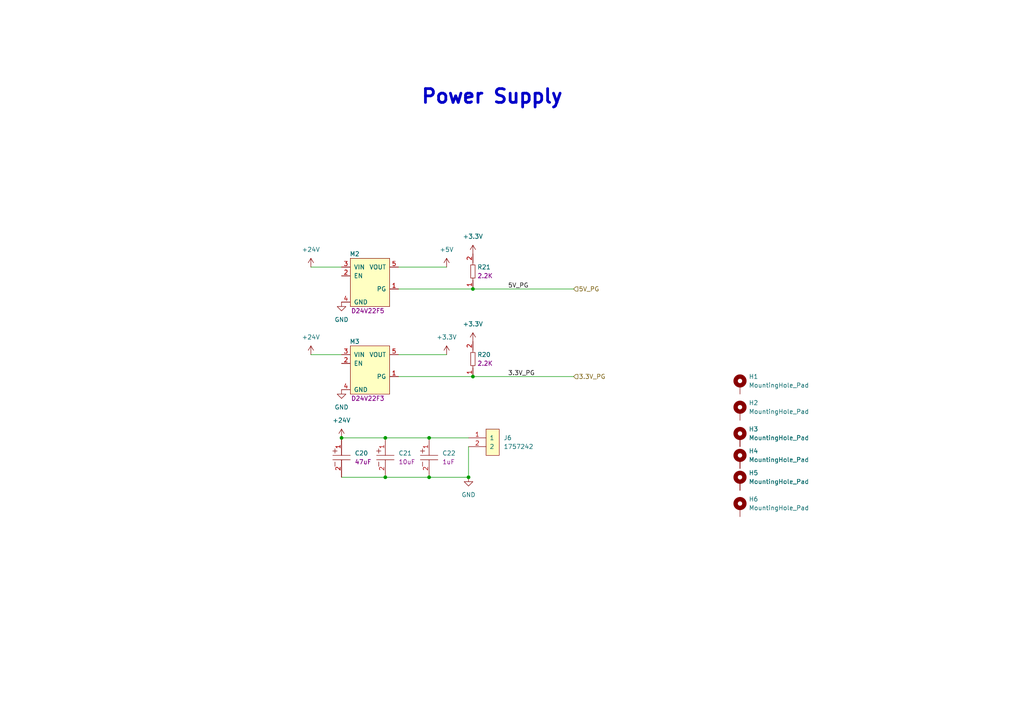
<source format=kicad_sch>
(kicad_sch (version 20231120) (generator "eeschema") (generator_version "8.0")
  (paper "A4")
  (lib_symbols
    (symbol "AVR-KiCAD-Lib-Capacitors:UUQ1H010MCL1GB" (pin_names (offset 1.016))
      (property "Reference" "C" (at -2.54 2.54 0))
      (property "_Value_" "1uF" (at 58.42 63.5 0))
      (symbol "UUQ1H010MCL1GB_0_1"
        (polyline (pts (xy -1.27 -1.27) (xy -1.27 -2.54)))
        (polyline (pts (xy -0.635 -1.905) (xy -1.905 -1.905)))
        (polyline (pts (xy 1.905 -1.905) (xy 3.175 -1.905)))
      )
      (symbol "UUQ1H010MCL1GB_1_1"
        (polyline (pts (xy 0 2.54) (xy 0 -2.54)))
        (polyline (pts (xy 1.27 2.54) (xy 1.27 -2.54)))
        (pin input line (at -5.08 0 0) (length 5.08) (name "~") (number "1"))
        (pin input line (at 6.35 0 180) (length 5.08) (name "~") (number "2"))
      )
    )
    (symbol "AVR-KiCAD-Lib-Capacitors:UUQ1H100MCL1GB" (pin_names (offset 1.016))
      (property "Reference" "C" (at -2.54 2.54 0))
      (property "_Value_" "10uF" (at 58.42 63.5 0))
      (symbol "UUQ1H100MCL1GB_0_1"
        (polyline (pts (xy -1.27 -1.27) (xy -1.27 -2.54)))
        (polyline (pts (xy -0.635 -1.905) (xy -1.905 -1.905)))
        (polyline (pts (xy 1.905 -1.905) (xy 3.175 -1.905)))
      )
      (symbol "UUQ1H100MCL1GB_1_1"
        (polyline (pts (xy 0 2.54) (xy 0 -2.54)))
        (polyline (pts (xy 1.27 2.54) (xy 1.27 -2.54)))
        (pin input line (at -5.08 0 0) (length 5.08) (name "~") (number "1"))
        (pin input line (at 6.35 0 180) (length 5.08) (name "~") (number "2"))
      )
    )
    (symbol "AVR-KiCAD-Lib-Capacitors:UUQ1H470MCL1GS" (pin_names (offset 1.016))
      (property "Reference" "C" (at -2.54 2.54 0))
      (property "_Value_" "47uF" (at 58.42 63.5 0))
      (symbol "UUQ1H470MCL1GS_0_1"
        (polyline (pts (xy -1.27 -1.27) (xy -1.27 -2.54)))
        (polyline (pts (xy -0.635 -1.905) (xy -1.905 -1.905)))
        (polyline (pts (xy 1.905 -1.905) (xy 3.175 -1.905)))
      )
      (symbol "UUQ1H470MCL1GS_1_1"
        (polyline (pts (xy 0 2.54) (xy 0 -2.54)))
        (polyline (pts (xy 1.27 2.54) (xy 1.27 -2.54)))
        (pin input line (at -5.08 0 0) (length 5.08) (name "~") (number "1"))
        (pin input line (at 6.35 0 180) (length 5.08) (name "~") (number "2"))
      )
    )
    (symbol "AVR-KiCAD-Lib-Connectors:1757242" (pin_names (offset 1.016))
      (property "Reference" "J" (at -1.27 -1.27 0))
      (property "Value" "1757242" (at 3.81 -11.43 0))
      (symbol "1757242_0_1"
        (rectangle (start 0 -2.54) (end 3.81 -10.16) (fill (type background)))
      )
      (symbol "1757242_1_1"
        (pin passive line (at -5.08 -5.08 0) (length 5.08) (name "1") (number "1"))
        (pin passive line (at -5.08 -7.62 0) (length 5.08) (name "2") (number "2"))
      )
    )
    (symbol "AVR-KiCAD-Lib-Modules:D24V22F3" (pin_names (offset 1.016))
      (property "Reference" "M" (at 0 15.24 0))
      (property "_Value_" "D24V22F3" (at 5.08 -1.27 0))
      (symbol "D24V22F3_1_1"
        (rectangle (start 0 13.97) (end 11.43 0) (fill (type background)))
        (pin input line (at 13.97 5.08 180) (length 2.54) (name "PG") (number "1"))
        (pin input line (at -2.54 8.89 0) (length 2.54) (name "EN") (number "2"))
        (pin input line (at -2.54 11.43 0) (length 2.54) (name "VIN") (number "3"))
        (pin passive line (at -2.54 1.27 0) (length 2.54) (name "GND") (number "4"))
        (pin output line (at 13.97 11.43 180) (length 2.54) (name "VOUT") (number "5"))
      )
    )
    (symbol "AVR-KiCAD-Lib-Modules:D24V22F5" (pin_names (offset 1.016))
      (property "Reference" "M" (at 0 15.24 0))
      (property "_Value_" "D24V22F5" (at 5.08 -1.27 0))
      (symbol "D24V22F5_1_1"
        (rectangle (start 0 13.97) (end 11.43 0) (fill (type background)))
        (pin input line (at 13.97 5.08 180) (length 2.54) (name "PG") (number "1"))
        (pin input line (at -2.54 8.89 0) (length 2.54) (name "EN") (number "2"))
        (pin input line (at -2.54 11.43 0) (length 2.54) (name "VIN") (number "3"))
        (pin passive line (at -2.54 1.27 0) (length 2.54) (name "GND") (number "4"))
        (pin output line (at 13.97 11.43 180) (length 2.54) (name "VOUT") (number "5"))
      )
    )
    (symbol "AVR-KiCAD-Lib-Resistors:RC0603FR-072K2L" (pin_names (offset 1.016))
      (property "Reference" "R" (at -2.54 2.54 0))
      (property "Value" "RC0603FR-072K2L" (at 1.27 5.08 0))
      (property "_Value_" "2.2K" (at 58.42 63.5 0))
      (symbol "RC0603FR-072K2L_0_1"
        (rectangle (start -1.905 0.635) (end 1.905 -0.635))
        (polyline (pts (xy -2.54 0) (xy -1.905 0)))
        (polyline (pts (xy -1.905 0) (xy -1.905 0)))
        (polyline (pts (xy 1.905 0) (xy 1.905 0)))
        (polyline (pts (xy 2.54 0) (xy 1.905 0)))
      )
      (symbol "RC0603FR-072K2L_1_1"
        (pin passive line (at -5.08 0 0) (length 2.5146) (name "~") (number "1"))
        (pin passive line (at 5.08 0 180) (length 2.5146) (name "~") (number "2"))
      )
    )
    (symbol "Mechanical:MountingHole_Pad" (pin_numbers hide) (pin_names (offset 1.016) hide)
      (property "Reference" "H" (at 0 6.35 0))
      (property "Value" "MountingHole_Pad" (at 0 4.445 0))
      (symbol "MountingHole_Pad_0_1"
        (circle (center 0 1.27) (radius 1.27) (stroke (width 1.27)))
      )
      (symbol "MountingHole_Pad_1_1"
        (pin input line (at 0 -2.54 90) (length 2.54) (name "1") (number "1"))
      )
    )
    (symbol "power:+24V" (power) (pin_names (offset 0))
      (property "Value" "+24V" (at 0 3.556 0))
      (symbol "+24V_0_1"
        (polyline (pts (xy -0.762 1.27) (xy 0 2.54)))
        (polyline (pts (xy 0 0) (xy 0 2.54)))
        (polyline (pts (xy 0 2.54) (xy 0.762 1.27)))
      )
      (symbol "+24V_1_1"
        (pin power_in line (at 0 0 90) (length 0) hide (name "+24V") (number "1"))
      )
    )
    (symbol "power:+3.3V" (power) (pin_names (offset 0))
      (property "Value" "+3.3V" (at 0 3.556 0))
      (symbol "+3.3V_0_1"
        (polyline (pts (xy -0.762 1.27) (xy 0 2.54)))
        (polyline (pts (xy 0 0) (xy 0 2.54)))
        (polyline (pts (xy 0 2.54) (xy 0.762 1.27)))
      )
      (symbol "+3.3V_1_1"
        (pin power_in line (at 0 0 90) (length 0) hide (name "+3.3V") (number "1"))
      )
    )
    (symbol "power:+5V" (power) (pin_names (offset 0))
      (property "Value" "+5V" (at 0 3.556 0))
      (symbol "+5V_0_1"
        (polyline (pts (xy -0.762 1.27) (xy 0 2.54)))
        (polyline (pts (xy 0 0) (xy 0 2.54)))
        (polyline (pts (xy 0 2.54) (xy 0.762 1.27)))
      )
      (symbol "+5V_1_1"
        (pin power_in line (at 0 0 90) (length 0) hide (name "+5V") (number "1"))
      )
    )
    (symbol "power:GND" (power) (pin_names (offset 0))
      (property "Value" "GND" (at 0 -3.81 0))
      (symbol "GND_0_1"
        (polyline (pts (xy 0 0) (xy 0 -1.27) (xy 1.27 -1.27) (xy 0 -2.54) (xy -1.27 -1.27) (xy 0 -1.27)))
      )
      (symbol "GND_1_1"
        (pin power_in line (at 0 0 270) (length 0) hide (name "GND") (number "1"))
      )
    )
  )
  (junction (at 137.16 109.22))
  (junction (at 137.16 83.82))
  (junction (at 135.89 138.43))
  (junction (at 111.76 127))
  (junction (at 124.46 138.43))
  (junction (at 111.76 138.43))
  (junction (at 124.46 127))
  (junction (at 99.06 127))
  (wire (pts (xy 99.06 127) (xy 111.76 127)))
  (wire (pts (xy 111.76 138.43) (xy 124.46 138.43)))
  (wire (pts (xy 115.57 77.47) (xy 129.54 77.47)))
  (wire (pts (xy 137.16 83.82) (xy 166.37 83.82)))
  (wire (pts (xy 115.57 109.22) (xy 137.16 109.22)))
  (wire (pts (xy 115.57 102.87) (xy 129.54 102.87)))
  (wire (pts (xy 124.46 127) (xy 135.89 127)))
  (wire (pts (xy 135.89 138.43) (xy 135.89 129.54)))
  (wire (pts (xy 115.57 83.82) (xy 137.16 83.82)))
  (wire (pts (xy 124.46 138.43) (xy 135.89 138.43)))
  (wire (pts (xy 111.76 127) (xy 124.46 127)))
  (wire (pts (xy 99.06 138.43) (xy 111.76 138.43)))
  (wire (pts (xy 90.17 102.87) (xy 99.06 102.87)))
  (wire (pts (xy 90.17 77.47) (xy 99.06 77.47)))
  (wire (pts (xy 137.16 109.22) (xy 166.37 109.22)))
  (text "Power Supply " (at 121.92 30.48 0) (effects (font (size 4 4) (thickness 0.8) (bold yes)) (justify left bottom)))
  (label "5V_PG" (at 147.32 83.82 0))
  (label "3.3V_PG" (at 147.32 109.22 0))
  (hierarchical_label "3.3V_PG" (shape input) (at 166.37 109.22 0))
  (hierarchical_label "5V_PG" (shape input) (at 166.37 83.82 0))
  (symbol (lib_id "power:+3.3V") (at 137.16 99.06 0) (unit 1)
    (property "Reference" "#PWR042" (effects (hide yes)))
    (property "Value" "+3.3V" (at 137.16 93.98 0))
  )
  (symbol (lib_id "power:+5V") (at 129.54 77.47 0) (unit 1)
    (property "Reference" "#PWR038" (effects (hide yes)))
    (property "Value" "+5V" (at 129.54 72.39 0))
  )
  (symbol (lib_id "AVR-KiCAD-Lib-Capacitors:UUQ1H010MCL1GB") (at 124.46 132.08 270) (unit 1)
    (property "Reference" "C22" (at 128.27 131.445 90) (effects (justify left)))
    (property "Value" "UUQ1H010MCL1GB" (effects (hide yes)))
    (property "Footprint" "AVR-KiCAD-Lib-Capacitors:CP_Elec_4x5.3" (effects (hide yes)))
    (property "Datasheet" "https://www.nichicon.co.jp/english/products/pdfs/e-uuq.pdf" (effects (hide yes)))
    (property "Description" "1µF 50V Aluminum Electrolytic Capacitors Radial, Can - SMD 1000 Hrs @ 105°C" (effects (hide yes)))
    (property "Cost QTY: 1" "0.47000" (effects (hide yes)))
    (property "Cost QTY: 1000" "0.32600" (effects (hide yes)))
    (property "Cost QTY: 2500" "*" (effects (hide yes)))
    (property "Cost QTY: 5000" "*" (effects (hide yes)))
    (property "Cost QTY: 10000" "*" (effects (hide yes)))
    (property "MFR" "Nichicon" (effects (hide yes)))
    (property "MFR#" "UUQ1H010MCL1GB" (effects (hide yes)))
    (property "Vendor" "Digikey" (effects (hide yes)))
    (property "Vendor #" "493-3207-1-ND" (effects (hide yes)))
    (property "Designer" "AVR" (effects (hide yes)))
    (property "Height" "5.4mm" (effects (hide yes)))
    (property "Date Created" "12/16/2019" (effects (hide yes)))
    (property "Date Modified" "12/16/2019" (effects (hide yes)))
    (property "Lead-Free ?" "Yes" (effects (hide yes)))
    (property "RoHS Levels" "1" (effects (hide yes)))
    (property "Mounting" "SMT" (effects (hide yes)))
    (property "Pin Count #" "2" (effects (hide yes)))
    (property "Status" "Active" (effects (hide yes)))
    (property "Tolerance" "20%" (effects (hide yes)))
    (property "Type" "Alu  Cap Audio" (effects (hide yes)))
    (property "Voltage" "50V" (effects (hide yes)))
    (property "Package" "Radial SMD" (effects (hide yes)))
    (property "_Value_" "1uF" (at 128.27 133.985 90) (effects (justify left)))
    (property "Management_ID" "*" (effects (hide yes)))
  )
  (symbol (lib_id "Mechanical:MountingHole_Pad") (at 214.63 133.35 0) (unit 1)
    (property "Reference" "H4" (at 217.17 130.81 0) (effects (justify left)))
    (property "Value" "MountingHole_Pad" (at 217.17 133.35 0) (effects (justify left)))
    (property "Footprint" "AVR-KiCAD-Lib-Holes_Fasteners:RPI_HAT_HOLE" (effects (hide yes)))
  )
  (symbol (lib_id "Mechanical:MountingHole_Pad") (at 214.63 139.7 0) (unit 1)
    (property "Reference" "H5" (at 217.17 137.16 0) (effects (justify left)))
    (property "Value" "MountingHole_Pad" (at 217.17 139.7 0) (effects (justify left)))
    (property "Footprint" "AVR-KiCAD-Lib-Holes_Fasteners:RPI_HAT_HOLE" (effects (hide yes)))
  )
  (symbol (lib_id "power:+3.3V") (at 137.16 73.66 0) (unit 1)
    (property "Reference" "#PWR041" (effects (hide yes)))
    (property "Value" "+3.3V" (at 137.16 68.58 0))
  )
  (symbol (lib_id "power:+24V") (at 99.06 127 0) (unit 1)
    (property "Reference" "#PWR036" (effects (hide yes)))
    (property "Value" "+24V" (at 99.06 121.92 0))
  )
  (symbol (lib_id "Mechanical:MountingHole_Pad") (at 214.63 119.38 0) (unit 1)
    (property "Reference" "H2" (at 217.17 116.84 0) (effects (justify left)))
    (property "Value" "MountingHole_Pad" (at 217.17 119.38 0) (effects (justify left)))
    (property "Footprint" "AVR-KiCAD-Lib-Holes_Fasteners:RPI_HAT_HOLE" (effects (hide yes)))
  )
  (symbol (lib_id "power:+24V") (at 90.17 77.47 0) (unit 1)
    (property "Reference" "#PWR031" (effects (hide yes)))
    (property "Value" "+24V" (at 90.17 72.39 0))
  )
  (symbol (lib_id "Mechanical:MountingHole_Pad") (at 214.63 111.76 0) (unit 1)
    (property "Reference" "H1" (at 217.17 109.22 0) (effects (justify left)))
    (property "Value" "MountingHole_Pad" (at 217.17 111.76 0) (effects (justify left)))
    (property "Footprint" "AVR-KiCAD-Lib-Holes_Fasteners:RPI_HAT_HOLE" (effects (hide yes)))
  )
  (symbol (lib_id "power:GND") (at 99.06 113.03 0) (unit 1)
    (property "Reference" "#PWR035" (effects (hide yes)))
    (property "Value" "GND" (at 99.06 118.11 0))
  )
  (symbol (lib_id "AVR-KiCAD-Lib-Modules:D24V22F5") (at 101.6 88.9 0) (unit 1)
    (property "Reference" "M2" (at 102.87 73.66 0))
    (property "Value" "D24V22F5" (effects (hide yes)))
    (property "Footprint" "AVR-KiCAD-Lib-Modules:D24V22F12" (effects (hide yes)))
    (property "Datasheet" "https://www.pololu.com/product/2858" (effects (hide yes)))
    (property "Description" "DCDC Regulator Module 24-36V IN 5VDC OUT" (effects (hide yes)))
    (property "Cost QTY: 1" "11.95 " (effects (hide yes)))
    (property "Cost QTY: 1000" "*" (effects (hide yes)))
    (property "Cost QTY: 2500" "*" (effects (hide yes)))
    (property "Cost QTY: 5000" "*" (effects (hide yes)))
    (property "Cost QTY: 10000" "*" (effects (hide yes)))
    (property "MFR" "Pololu Robotics & Electronics" (effects (hide yes)))
    (property "MFR#" "D24V22F5" (effects (hide yes)))
    (property "Vendor" "Pololu Robotics & Electronics" (effects (hide yes)))
    (property "Vendor #" "D24V22F5" (effects (hide yes)))
    (property "Designer" "Adam Vadala-Roth" (effects (hide yes)))
    (property "Height" "6mm" (effects (hide yes)))
    (property "Date Created" "9/26/2023" (effects (hide yes)))
    (property "Date Modified" "9/26/2023" (effects (hide yes)))
    (property "Lead-Free ?" "Yes" (effects (hide yes)))
    (property "RoHS Levels" "1" (effects (hide yes)))
    (property "Mounting" "ThroughHole" (effects (hide yes)))
    (property "Pin Count #" "5" (effects (hide yes)))
    (property "Status" "Active" (effects (hide yes)))
    (property "Tolerance" "N/A" (effects (hide yes)))
    (property "Type" "Module" (effects (hide yes)))
    (property "Voltage" "36V IN 5V OUT" (effects (hide yes)))
    (property "Package" "Proprietary" (effects (hide yes)))
    (property "_Value_" "D24V22F5" (at 106.68 90.17 0))
    (property "Management_ID" "*" (effects (hide yes)))
  )
  (symbol (lib_id "power:GND") (at 135.89 138.43 0) (unit 1)
    (property "Reference" "#PWR040" (effects (hide yes)))
    (property "Value" "GND" (at 135.89 143.51 0))
  )
  (symbol (lib_id "power:GND") (at 99.06 87.63 0) (unit 1)
    (property "Reference" "#PWR034" (effects (hide yes)))
    (property "Value" "GND" (at 99.06 92.71 0))
  )
  (symbol (lib_id "power:+3.3V") (at 129.54 102.87 0) (unit 1)
    (property "Reference" "#PWR039" (effects (hide yes)))
    (property "Value" "+3.3V" (at 129.54 97.79 0))
  )
  (symbol (lib_id "AVR-KiCAD-Lib-Connectors:1757242") (at 140.97 121.92 0) (unit 1)
    (property "Reference" "J6" (at 146.05 127 0) (effects (justify left)))
    (property "Value" "1757242" (at 146.05 129.54 0) (effects (justify left)))
    (property "Footprint" "AVR-KiCAD-Lib-Connectors:PhoenixContact_MSTBA-G_02x5.08mm_Angled" (effects (hide yes)))
    (property "Datasheet" "https://media.digikey.com/pdf/Data%20Sheets/Phoenix%20Contact%20PDFs/1757242.pdf" (effects (hide yes)))
    (property "Description" "2 Position Terminal Block Header, Male Pins, Shrouded (4 Side) 0.200\" (5.08mm) 90°, Right Angle  Through Hole" (effects (hide yes)))
    (property "Cost QTY: 1" "0.64000" (effects (hide yes)))
    (property "Cost QTY: 1000" "0.45518" (effects (hide yes)))
    (property "Cost QTY: 2500" "0.43375" (effects (hide yes)))
    (property "Cost QTY: 5000" "0.40698" (effects (hide yes)))
    (property "Cost QTY: 10000" "*" (effects (hide yes)))
    (property "MFR" "Phoenix Contact" (effects (hide yes)))
    (property "MFR#" "1757242" (effects (hide yes)))
    (property "Vendor" "Digikey" (effects (hide yes)))
    (property "Vendor #" "277-1106-ND" (effects (hide yes)))
    (property "Designer" "AVR" (effects (hide yes)))
    (property "Height" "12mm" (effects (hide yes)))
    (property "Date Created" "6/20/2020" (effects (hide yes)))
    (property "Date Modified" "6/20/2020" (effects (hide yes)))
    (property "Lead-Free ?" "Yes" (effects (hide yes)))
    (property "RoHS Levels" "1" (effects (hide yes)))
    (property "Mounting" "ThroughHole" (effects (hide yes)))
    (property "Pin Count #" "2" (effects (hide yes)))
    (property "Status" "Active" (effects (hide yes)))
    (property "Tolerance" "*" (effects (hide yes)))
    (property "Type" "Connector" (effects (hide yes)))
    (property "Voltage" "300V" (effects (hide yes)))
    (property "Package" "*" (effects (hide yes)))
    (property "_Value_" "1757242" (effects (hide yes)))
    (property "Management_ID" "*" (effects (hide yes)))
  )
  (symbol (lib_id "AVR-KiCAD-Lib-Modules:D24V22F3") (at 101.6 114.3 0) (unit 1)
    (property "Reference" "M3" (at 102.87 99.06 0))
    (property "Value" "D24V22F3" (effects (hide yes)))
    (property "Footprint" "AVR-KiCAD-Lib-Modules:D24V22F12" (effects (hide yes)))
    (property "Datasheet" "https://www.pololu.com/product/2857" (effects (hide yes)))
    (property "Description" "DCDC Regulator Module 24-36V IN 3.3VDC OUT" (effects (hide yes)))
    (property "Cost QTY: 1" "11.95 " (effects (hide yes)))
    (property "Cost QTY: 1000" "*" (effects (hide yes)))
    (property "Cost QTY: 2500" "*" (effects (hide yes)))
    (property "Cost QTY: 5000" "*" (effects (hide yes)))
    (property "Cost QTY: 10000" "*" (effects (hide yes)))
    (property "MFR" "Pololu Robotics & Electronics" (effects (hide yes)))
    (property "MFR#" "D24V22F3" (effects (hide yes)))
    (property "Vendor" "Pololu Robotics & Electronics" (effects (hide yes)))
    (property "Vendor #" "D24V22F5" (effects (hide yes)))
    (property "Designer" "Adam Vadala-Roth" (effects (hide yes)))
    (property "Height" "6mm" (effects (hide yes)))
    (property "Date Created" "9/26/2023" (effects (hide yes)))
    (property "Date Modified" "9/26/2023" (effects (hide yes)))
    (property "Lead-Free ?" "Yes" (effects (hide yes)))
    (property "RoHS Levels" "1" (effects (hide yes)))
    (property "Mounting" "ThroughHole" (effects (hide yes)))
    (property "Pin Count #" "5" (effects (hide yes)))
    (property "Status" "Active" (effects (hide yes)))
    (property "Tolerance" "N/A" (effects (hide yes)))
    (property "Type" "Module" (effects (hide yes)))
    (property "Voltage" "36V IN 3.3V OUT" (effects (hide yes)))
    (property "Package" "Proprietary" (effects (hide yes)))
    (property "_Value_" "D24V22F3" (at 106.68 115.57 0))
    (property "Management_ID" "*" (effects (hide yes)))
  )
  (symbol (lib_id "AVR-KiCAD-Lib-Resistors:RC0603FR-072K2L") (at 137.16 78.74 90) (unit 1)
    (property "Reference" "R21" (at 138.43 77.4699 90) (effects (justify right)))
    (property "Value" "RC0603FR-072K2L" (effects (hide yes)))
    (property "Footprint" "AVR-KiCAD-Lib-Resistors:R0603" (effects (hide yes)))
    (property "Datasheet" "https://www.yageo.com/upload/media/product/products/datasheet/rchip/PYu-RC_Group_51_RoHS_L_12.pdf" (effects (hide yes)))
    (property "Description" "2.2 kOhms ±1% 0.1W, 1/10W Chip Resistor 0603 (1608 Metric) Moisture Resistant Thick Film" (effects (hide yes)))
    (property "Cost QTY: 1" "0.10000" (effects (hide yes)))
    (property "Cost QTY: 1000" "0.00532" (effects (hide yes)))
    (property "Cost QTY: 2500" "*" (effects (hide yes)))
    (property "Cost QTY: 5000" "0.00382" (effects (hide yes)))
    (property "Cost QTY: 10000" "0.00335" (effects (hide yes)))
    (property "MFR" "YAGEO" (effects (hide yes)))
    (property "MFR#" "RC0603FR-072K2L" (effects (hide yes)))
    (property "Vendor" "Digikey" (effects (hide yes)))
    (property "Vendor #" "311-2.20KHRTR-ND" (effects (hide yes)))
    (property "Designer" "Adam Vadala-Roth" (effects (hide yes)))
    (property "Height" "0.55mm" (effects (hide yes)))
    (property "Date Created" "3/8/2024" (effects (hide yes)))
    (property "Date Modified" "3/8/2024" (effects (hide yes)))
    (property "Lead-Free ?" "Yes" (effects (hide yes)))
    (property "RoHS Levels" "1" (effects (hide yes)))
    (property "Mounting" "SMT" (effects (hide yes)))
    (property "Pin Count #" "2" (effects (hide yes)))
    (property "Status" "Active" (effects (hide yes)))
    (property "Tolerance" "1%" (effects (hide yes)))
    (property "Type" "Resistor " (effects (hide yes)))
    (property "Voltage" "N/A" (effects (hide yes)))
    (property "Package" "0603" (effects (hide yes)))
    (property "_Value_" "2.2K" (at 138.43 80.0099 90) (effects (justify right)))
    (property "Management_ID" "*" (effects (hide yes)))
  )
  (symbol (lib_id "AVR-KiCAD-Lib-Resistors:RC0603FR-072K2L") (at 137.16 104.14 90) (unit 1)
    (property "Reference" "R20" (at 138.43 102.8699 90) (effects (justify right)))
    (property "Value" "RC0603FR-072K2L" (effects (hide yes)))
    (property "Footprint" "AVR-KiCAD-Lib-Resistors:R0603" (effects (hide yes)))
    (property "Datasheet" "https://www.yageo.com/upload/media/product/products/datasheet/rchip/PYu-RC_Group_51_RoHS_L_12.pdf" (effects (hide yes)))
    (property "Description" "2.2 kOhms ±1% 0.1W, 1/10W Chip Resistor 0603 (1608 Metric) Moisture Resistant Thick Film" (effects (hide yes)))
    (property "Cost QTY: 1" "0.10000" (effects (hide yes)))
    (property "Cost QTY: 1000" "0.00532" (effects (hide yes)))
    (property "Cost QTY: 2500" "*" (effects (hide yes)))
    (property "Cost QTY: 5000" "0.00382" (effects (hide yes)))
    (property "Cost QTY: 10000" "0.00335" (effects (hide yes)))
    (property "MFR" "YAGEO" (effects (hide yes)))
    (property "MFR#" "RC0603FR-072K2L" (effects (hide yes)))
    (property "Vendor" "Digikey" (effects (hide yes)))
    (property "Vendor #" "311-2.20KHRTR-ND" (effects (hide yes)))
    (property "Designer" "Adam Vadala-Roth" (effects (hide yes)))
    (property "Height" "0.55mm" (effects (hide yes)))
    (property "Date Created" "3/8/2024" (effects (hide yes)))
    (property "Date Modified" "3/8/2024" (effects (hide yes)))
    (property "Lead-Free ?" "Yes" (effects (hide yes)))
    (property "RoHS Levels" "1" (effects (hide yes)))
    (property "Mounting" "SMT" (effects (hide yes)))
    (property "Pin Count #" "2" (effects (hide yes)))
    (property "Status" "Active" (effects (hide yes)))
    (property "Tolerance" "1%" (effects (hide yes)))
    (property "Type" "Resistor " (effects (hide yes)))
    (property "Voltage" "N/A" (effects (hide yes)))
    (property "Package" "0603" (effects (hide yes)))
    (property "_Value_" "2.2K" (at 138.43 105.4099 90) (effects (justify right)))
    (property "Management_ID" "*" (effects (hide yes)))
  )
  (symbol (lib_id "AVR-KiCAD-Lib-Capacitors:UUQ1H470MCL1GS") (at 99.06 132.08 270) (unit 1)
    (property "Reference" "C20" (at 102.87 131.445 90) (effects (justify left)))
    (property "Value" "UUQ1H470MCL1GS" (effects (hide yes)))
    (property "Footprint" "AVR-KiCAD-Lib-Capacitors:CP_Elec_8x10" (effects (hide yes)))
    (property "Datasheet" "https://www.nichicon.co.jp/english/products/pdfs/e-uuq.pdf" (effects (hide yes)))
    (property "Description" "47µF 50V Aluminum Electrolytic Capacitors Radial, Can - SMD 1000 Hrs @ 105°C" (effects (hide yes)))
    (property "Cost QTY: 1" "1.06000" (effects (hide yes)))
    (property "Cost QTY: 1000" "*" (effects (hide yes)))
    (property "Cost QTY: 2500" "*" (effects (hide yes)))
    (property "Cost QTY: 5000" "*" (effects (hide yes)))
    (property "Cost QTY: 10000" "*" (effects (hide yes)))
    (property "MFR" "Nichicon" (effects (hide yes)))
    (property "MFR#" "UUQ1H470MCL1GS" (effects (hide yes)))
    (property "Vendor" "Digikey" (effects (hide yes)))
    (property "Vendor #" "493-3212-1-ND" (effects (hide yes)))
    (property "Designer" "AVR" (effects (hide yes)))
    (property "Height" "6.2mm" (effects (hide yes)))
    (property "Date Created" "12/16/2019" (effects (hide yes)))
    (property "Date Modified" "12/16/2019" (effects (hide yes)))
    (property "Lead-Free ?" "Yes" (effects (hide yes)))
    (property "RoHS Levels" "1" (effects (hide yes)))
    (property "Mounting" "SMT" (effects (hide yes)))
    (property "Pin Count #" "2" (effects (hide yes)))
    (property "Status" "Active" (effects (hide yes)))
    (property "Tolerance" "20%" (effects (hide yes)))
    (property "Type" "Alu  Cap Audio" (effects (hide yes)))
    (property "Voltage" "50V" (effects (hide yes)))
    (property "Package" "Radial SMD" (effects (hide yes)))
    (property "_Value_" "47uF" (at 102.87 133.985 90) (effects (justify left)))
    (property "Management_ID" "*" (effects (hide yes)))
  )
  (symbol (lib_id "power:+24V") (at 90.17 102.87 0) (unit 1)
    (property "Reference" "#PWR032" (effects (hide yes)))
    (property "Value" "+24V" (at 90.17 97.79 0))
  )
  (symbol (lib_id "Mechanical:MountingHole_Pad") (at 214.63 147.32 0) (unit 1)
    (property "Reference" "H6" (at 217.17 144.78 0) (effects (justify left)))
    (property "Value" "MountingHole_Pad" (at 217.17 147.32 0) (effects (justify left)))
    (property "Footprint" "AVR-KiCAD-Lib-Holes_Fasteners:RPI_HAT_HOLE" (effects (hide yes)))
  )
  (symbol (lib_id "Mechanical:MountingHole_Pad") (at 214.63 127 0) (unit 1)
    (property "Reference" "H3" (at 217.17 124.46 0) (effects (justify left)))
    (property "Value" "MountingHole_Pad" (at 217.17 127 0) (effects (justify left)))
    (property "Footprint" "AVR-KiCAD-Lib-Holes_Fasteners:RPI_HAT_HOLE" (effects (hide yes)))
  )
  (symbol (lib_id "AVR-KiCAD-Lib-Capacitors:UUQ1H100MCL1GB") (at 111.76 132.08 270) (unit 1)
    (property "Reference" "C21" (at 115.57 131.445 90) (effects (justify left)))
    (property "Value" "UUQ1H100MCL1GB" (effects (hide yes)))
    (property "Footprint" "AVR-KiCAD-Lib-Capacitors:CP_Elec_4x5.3" (effects (hide yes)))
    (property "Datasheet" "https://www.nichicon.co.jp/english/products/pdfs/e-uuq.pdf" (effects (hide yes)))
    (property "Description" "10µF 50V Aluminum Electrolytic Capacitors Radial, Can - SMD 1000 Hrs @ 105°C" (effects (hide yes)))
    (property "Cost QTY: 1" "0.72000" (effects (hide yes)))
    (property "Cost QTY: 1000" "0.24828" (effects (hide yes)))
    (property "Cost QTY: 2500" "*" (effects (hide yes)))
    (property "Cost QTY: 5000" "*" (effects (hide yes)))
    (property "Cost QTY: 10000" "*" (effects (hide yes)))
    (property "MFR" "Nichicon" (effects (hide yes)))
    (property "MFR#" "UUQ1H100MCL1GB" (effects (hide yes)))
    (property "Vendor" "Digikey" (effects (hide yes)))
    (property "Vendor #" "493-3208-1-ND" (effects (hide yes)))
    (property "Designer" "AVR" (effects (hide yes)))
    (property "Height" "5.4mm" (effects (hide yes)))
    (property "Date Created" "12/16/2019" (effects (hide yes)))
    (property "Date Modified" "12/16/2019" (effects (hide yes)))
    (property "Lead-Free ?" "Yes" (effects (hide yes)))
    (property "RoHS Levels" "1" (effects (hide yes)))
    (property "Mounting" "SMT" (effects (hide yes)))
    (property "Pin Count #" "2" (effects (hide yes)))
    (property "Status" "Active" (effects (hide yes)))
    (property "Tolerance" "20%" (effects (hide yes)))
    (property "Type" "Alu  Cap Audio" (effects (hide yes)))
    (property "Voltage" "50V" (effects (hide yes)))
    (property "Package" "Radial SMD" (effects (hide yes)))
    (property "_Value_" "10uF" (at 115.57 133.985 90) (effects (justify left)))
    (property "Management_ID" "*" (effects (hide yes)))
  )
)
</source>
